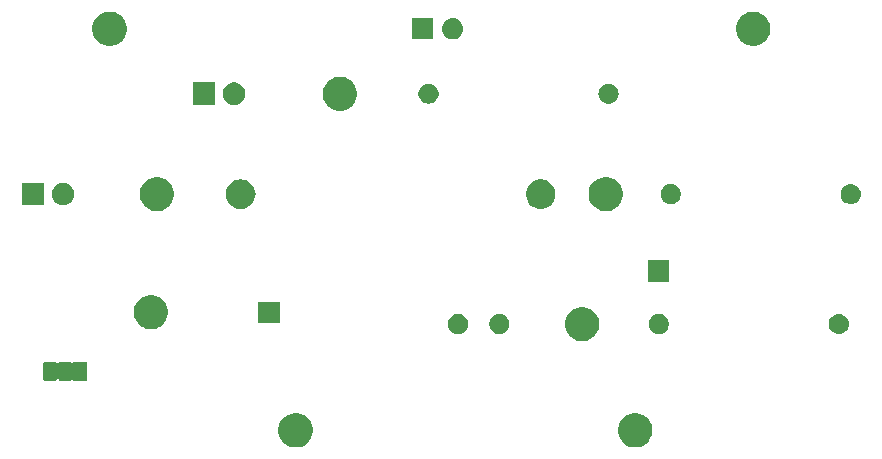
<source format=gbr>
G04 #@! TF.GenerationSoftware,KiCad,Pcbnew,(5.1.0)-1*
G04 #@! TF.CreationDate,2021-02-10T11:26:08+01:00*
G04 #@! TF.ProjectId,L_thilfeV1,4cf67468-696c-4666-9556-312e6b696361,rev?*
G04 #@! TF.SameCoordinates,Original*
G04 #@! TF.FileFunction,Soldermask,Bot*
G04 #@! TF.FilePolarity,Negative*
%FSLAX46Y46*%
G04 Gerber Fmt 4.6, Leading zero omitted, Abs format (unit mm)*
G04 Created by KiCad (PCBNEW (5.1.0)-1) date 2021-02-10 11:26:08*
%MOMM*%
%LPD*%
G04 APERTURE LIST*
%ADD10C,0.100000*%
G04 APERTURE END LIST*
D10*
G36*
X129673241Y-64104760D02*
G01*
X129937305Y-64214139D01*
X130174958Y-64372934D01*
X130377066Y-64575042D01*
X130535861Y-64812695D01*
X130645240Y-65076759D01*
X130701000Y-65357088D01*
X130701000Y-65642912D01*
X130645240Y-65923241D01*
X130535861Y-66187305D01*
X130377066Y-66424958D01*
X130174958Y-66627066D01*
X129937305Y-66785861D01*
X129673241Y-66895240D01*
X129392912Y-66951000D01*
X129107088Y-66951000D01*
X128826759Y-66895240D01*
X128562695Y-66785861D01*
X128325042Y-66627066D01*
X128122934Y-66424958D01*
X127964139Y-66187305D01*
X127854760Y-65923241D01*
X127799000Y-65642912D01*
X127799000Y-65357088D01*
X127854760Y-65076759D01*
X127964139Y-64812695D01*
X128122934Y-64575042D01*
X128325042Y-64372934D01*
X128562695Y-64214139D01*
X128826759Y-64104760D01*
X129107088Y-64049000D01*
X129392912Y-64049000D01*
X129673241Y-64104760D01*
X129673241Y-64104760D01*
G37*
G36*
X158423241Y-64104760D02*
G01*
X158687305Y-64214139D01*
X158924958Y-64372934D01*
X159127066Y-64575042D01*
X159285861Y-64812695D01*
X159395240Y-65076759D01*
X159451000Y-65357088D01*
X159451000Y-65642912D01*
X159395240Y-65923241D01*
X159285861Y-66187305D01*
X159127066Y-66424958D01*
X158924958Y-66627066D01*
X158687305Y-66785861D01*
X158423241Y-66895240D01*
X158142912Y-66951000D01*
X157857088Y-66951000D01*
X157576759Y-66895240D01*
X157312695Y-66785861D01*
X157075042Y-66627066D01*
X156872934Y-66424958D01*
X156714139Y-66187305D01*
X156604760Y-65923241D01*
X156549000Y-65642912D01*
X156549000Y-65357088D01*
X156604760Y-65076759D01*
X156714139Y-64812695D01*
X156872934Y-64575042D01*
X157075042Y-64372934D01*
X157312695Y-64214139D01*
X157576759Y-64104760D01*
X157857088Y-64049000D01*
X158142912Y-64049000D01*
X158423241Y-64104760D01*
X158423241Y-64104760D01*
G37*
G36*
X108854373Y-59703926D02*
G01*
X108896566Y-59716725D01*
X108935444Y-59737506D01*
X108969525Y-59765475D01*
X108998375Y-59800629D01*
X109015702Y-59817956D01*
X109036076Y-59831569D01*
X109058715Y-59840947D01*
X109082748Y-59845727D01*
X109107253Y-59845727D01*
X109131286Y-59840946D01*
X109153925Y-59831569D01*
X109174299Y-59817955D01*
X109191625Y-59800629D01*
X109220475Y-59765475D01*
X109254556Y-59737506D01*
X109293434Y-59716725D01*
X109335627Y-59703926D01*
X109385641Y-59699000D01*
X110074359Y-59699000D01*
X110124373Y-59703926D01*
X110166566Y-59716725D01*
X110205444Y-59737506D01*
X110219702Y-59749207D01*
X110240076Y-59762821D01*
X110262715Y-59772198D01*
X110286748Y-59776979D01*
X110311252Y-59776979D01*
X110335286Y-59772199D01*
X110357925Y-59762822D01*
X110378299Y-59749208D01*
X110395626Y-59731881D01*
X110409240Y-59711507D01*
X110414420Y-59699000D01*
X111576000Y-59699000D01*
X111576000Y-61301000D01*
X110414915Y-61301000D01*
X110414485Y-61299583D01*
X110402934Y-61277972D01*
X110387389Y-61259030D01*
X110368447Y-61243485D01*
X110346836Y-61231934D01*
X110323387Y-61224821D01*
X110299001Y-61222419D01*
X110274615Y-61224821D01*
X110251166Y-61231934D01*
X110229555Y-61243485D01*
X110219702Y-61250793D01*
X110205444Y-61262494D01*
X110166566Y-61283275D01*
X110124373Y-61296074D01*
X110074359Y-61301000D01*
X109385641Y-61301000D01*
X109335627Y-61296074D01*
X109293434Y-61283275D01*
X109254556Y-61262494D01*
X109220475Y-61234525D01*
X109191625Y-61199371D01*
X109174298Y-61182044D01*
X109153924Y-61168431D01*
X109131285Y-61159053D01*
X109107252Y-61154273D01*
X109082747Y-61154273D01*
X109058714Y-61159054D01*
X109036075Y-61168431D01*
X109015701Y-61182045D01*
X108998375Y-61199371D01*
X108969525Y-61234525D01*
X108935444Y-61262494D01*
X108896566Y-61283275D01*
X108854373Y-61296074D01*
X108804359Y-61301000D01*
X108115641Y-61301000D01*
X108065627Y-61296074D01*
X108023434Y-61283275D01*
X107984556Y-61262494D01*
X107950475Y-61234525D01*
X107922506Y-61200444D01*
X107901725Y-61161566D01*
X107888926Y-61119373D01*
X107884000Y-61069359D01*
X107884000Y-59930641D01*
X107888926Y-59880627D01*
X107901725Y-59838434D01*
X107922506Y-59799556D01*
X107950475Y-59765475D01*
X107984556Y-59737506D01*
X108023434Y-59716725D01*
X108065627Y-59703926D01*
X108115641Y-59699000D01*
X108804359Y-59699000D01*
X108854373Y-59703926D01*
X108854373Y-59703926D01*
G37*
G36*
X153923241Y-55104760D02*
G01*
X154187305Y-55214139D01*
X154424958Y-55372934D01*
X154627066Y-55575042D01*
X154785861Y-55812695D01*
X154895240Y-56076759D01*
X154951000Y-56357088D01*
X154951000Y-56642912D01*
X154895240Y-56923241D01*
X154785861Y-57187305D01*
X154627066Y-57424958D01*
X154424958Y-57627066D01*
X154187305Y-57785861D01*
X153923241Y-57895240D01*
X153642912Y-57951000D01*
X153357088Y-57951000D01*
X153076759Y-57895240D01*
X152812695Y-57785861D01*
X152575042Y-57627066D01*
X152372934Y-57424958D01*
X152214139Y-57187305D01*
X152104760Y-56923241D01*
X152049000Y-56642912D01*
X152049000Y-56357088D01*
X152104760Y-56076759D01*
X152214139Y-55812695D01*
X152372934Y-55575042D01*
X152575042Y-55372934D01*
X152812695Y-55214139D01*
X153076759Y-55104760D01*
X153357088Y-55049000D01*
X153642912Y-55049000D01*
X153923241Y-55104760D01*
X153923241Y-55104760D01*
G37*
G36*
X160248228Y-55681703D02*
G01*
X160403100Y-55745853D01*
X160542481Y-55838985D01*
X160661015Y-55957519D01*
X160754147Y-56096900D01*
X160818297Y-56251772D01*
X160851000Y-56416184D01*
X160851000Y-56583816D01*
X160818297Y-56748228D01*
X160754147Y-56903100D01*
X160661015Y-57042481D01*
X160542481Y-57161015D01*
X160403100Y-57254147D01*
X160248228Y-57318297D01*
X160083816Y-57351000D01*
X159916184Y-57351000D01*
X159751772Y-57318297D01*
X159596900Y-57254147D01*
X159457519Y-57161015D01*
X159338985Y-57042481D01*
X159245853Y-56903100D01*
X159181703Y-56748228D01*
X159149000Y-56583816D01*
X159149000Y-56416184D01*
X159181703Y-56251772D01*
X159245853Y-56096900D01*
X159338985Y-55957519D01*
X159457519Y-55838985D01*
X159596900Y-55745853D01*
X159751772Y-55681703D01*
X159916184Y-55649000D01*
X160083816Y-55649000D01*
X160248228Y-55681703D01*
X160248228Y-55681703D01*
G37*
G36*
X143248228Y-55681703D02*
G01*
X143403100Y-55745853D01*
X143542481Y-55838985D01*
X143661015Y-55957519D01*
X143754147Y-56096900D01*
X143818297Y-56251772D01*
X143851000Y-56416184D01*
X143851000Y-56583816D01*
X143818297Y-56748228D01*
X143754147Y-56903100D01*
X143661015Y-57042481D01*
X143542481Y-57161015D01*
X143403100Y-57254147D01*
X143248228Y-57318297D01*
X143083816Y-57351000D01*
X142916184Y-57351000D01*
X142751772Y-57318297D01*
X142596900Y-57254147D01*
X142457519Y-57161015D01*
X142338985Y-57042481D01*
X142245853Y-56903100D01*
X142181703Y-56748228D01*
X142149000Y-56583816D01*
X142149000Y-56416184D01*
X142181703Y-56251772D01*
X142245853Y-56096900D01*
X142338985Y-55957519D01*
X142457519Y-55838985D01*
X142596900Y-55745853D01*
X142751772Y-55681703D01*
X142916184Y-55649000D01*
X143083816Y-55649000D01*
X143248228Y-55681703D01*
X143248228Y-55681703D01*
G37*
G36*
X146748228Y-55681703D02*
G01*
X146903100Y-55745853D01*
X147042481Y-55838985D01*
X147161015Y-55957519D01*
X147254147Y-56096900D01*
X147318297Y-56251772D01*
X147351000Y-56416184D01*
X147351000Y-56583816D01*
X147318297Y-56748228D01*
X147254147Y-56903100D01*
X147161015Y-57042481D01*
X147042481Y-57161015D01*
X146903100Y-57254147D01*
X146748228Y-57318297D01*
X146583816Y-57351000D01*
X146416184Y-57351000D01*
X146251772Y-57318297D01*
X146096900Y-57254147D01*
X145957519Y-57161015D01*
X145838985Y-57042481D01*
X145745853Y-56903100D01*
X145681703Y-56748228D01*
X145649000Y-56583816D01*
X145649000Y-56416184D01*
X145681703Y-56251772D01*
X145745853Y-56096900D01*
X145838985Y-55957519D01*
X145957519Y-55838985D01*
X146096900Y-55745853D01*
X146251772Y-55681703D01*
X146416184Y-55649000D01*
X146583816Y-55649000D01*
X146748228Y-55681703D01*
X146748228Y-55681703D01*
G37*
G36*
X175406823Y-55661313D02*
G01*
X175567242Y-55709976D01*
X175634361Y-55745852D01*
X175715078Y-55788996D01*
X175844659Y-55895341D01*
X175951004Y-56024922D01*
X175951005Y-56024924D01*
X176030024Y-56172758D01*
X176078687Y-56333177D01*
X176095117Y-56500000D01*
X176078687Y-56666823D01*
X176030024Y-56827242D01*
X175989477Y-56903100D01*
X175951004Y-56975078D01*
X175844659Y-57104659D01*
X175715078Y-57211004D01*
X175715076Y-57211005D01*
X175567242Y-57290024D01*
X175406823Y-57338687D01*
X175281804Y-57351000D01*
X175198196Y-57351000D01*
X175073177Y-57338687D01*
X174912758Y-57290024D01*
X174764924Y-57211005D01*
X174764922Y-57211004D01*
X174635341Y-57104659D01*
X174528996Y-56975078D01*
X174490523Y-56903100D01*
X174449976Y-56827242D01*
X174401313Y-56666823D01*
X174384883Y-56500000D01*
X174401313Y-56333177D01*
X174449976Y-56172758D01*
X174528995Y-56024924D01*
X174528996Y-56024922D01*
X174635341Y-55895341D01*
X174764922Y-55788996D01*
X174845639Y-55745852D01*
X174912758Y-55709976D01*
X175073177Y-55661313D01*
X175198196Y-55649000D01*
X175281804Y-55649000D01*
X175406823Y-55661313D01*
X175406823Y-55661313D01*
G37*
G36*
X117423241Y-54104760D02*
G01*
X117687305Y-54214139D01*
X117924958Y-54372934D01*
X118127066Y-54575042D01*
X118285861Y-54812695D01*
X118395240Y-55076759D01*
X118451000Y-55357088D01*
X118451000Y-55642912D01*
X118395240Y-55923241D01*
X118285861Y-56187305D01*
X118127066Y-56424958D01*
X117924958Y-56627066D01*
X117687305Y-56785861D01*
X117423241Y-56895240D01*
X117142912Y-56951000D01*
X116857088Y-56951000D01*
X116576759Y-56895240D01*
X116312695Y-56785861D01*
X116075042Y-56627066D01*
X115872934Y-56424958D01*
X115714139Y-56187305D01*
X115604760Y-55923241D01*
X115549000Y-55642912D01*
X115549000Y-55357088D01*
X115604760Y-55076759D01*
X115714139Y-54812695D01*
X115872934Y-54575042D01*
X116075042Y-54372934D01*
X116312695Y-54214139D01*
X116576759Y-54104760D01*
X116857088Y-54049000D01*
X117142912Y-54049000D01*
X117423241Y-54104760D01*
X117423241Y-54104760D01*
G37*
G36*
X127901000Y-56401000D02*
G01*
X126099000Y-56401000D01*
X126099000Y-54599000D01*
X127901000Y-54599000D01*
X127901000Y-56401000D01*
X127901000Y-56401000D01*
G37*
G36*
X160901000Y-52901000D02*
G01*
X159099000Y-52901000D01*
X159099000Y-51099000D01*
X160901000Y-51099000D01*
X160901000Y-52901000D01*
X160901000Y-52901000D01*
G37*
G36*
X155923241Y-44104760D02*
G01*
X156187305Y-44214139D01*
X156424958Y-44372934D01*
X156627066Y-44575042D01*
X156785861Y-44812695D01*
X156895240Y-45076759D01*
X156951000Y-45357088D01*
X156951000Y-45642912D01*
X156895240Y-45923241D01*
X156785861Y-46187305D01*
X156627066Y-46424958D01*
X156424958Y-46627066D01*
X156187305Y-46785861D01*
X155923241Y-46895240D01*
X155642912Y-46951000D01*
X155357088Y-46951000D01*
X155076759Y-46895240D01*
X154812695Y-46785861D01*
X154575042Y-46627066D01*
X154372934Y-46424958D01*
X154214139Y-46187305D01*
X154104760Y-45923241D01*
X154049000Y-45642912D01*
X154049000Y-45357088D01*
X154104760Y-45076759D01*
X154214139Y-44812695D01*
X154372934Y-44575042D01*
X154575042Y-44372934D01*
X154812695Y-44214139D01*
X155076759Y-44104760D01*
X155357088Y-44049000D01*
X155642912Y-44049000D01*
X155923241Y-44104760D01*
X155923241Y-44104760D01*
G37*
G36*
X117923241Y-44104760D02*
G01*
X118187305Y-44214139D01*
X118424958Y-44372934D01*
X118627066Y-44575042D01*
X118785861Y-44812695D01*
X118895240Y-45076759D01*
X118951000Y-45357088D01*
X118951000Y-45642912D01*
X118895240Y-45923241D01*
X118785861Y-46187305D01*
X118627066Y-46424958D01*
X118424958Y-46627066D01*
X118187305Y-46785861D01*
X117923241Y-46895240D01*
X117642912Y-46951000D01*
X117357088Y-46951000D01*
X117076759Y-46895240D01*
X116812695Y-46785861D01*
X116575042Y-46627066D01*
X116372934Y-46424958D01*
X116214139Y-46187305D01*
X116104760Y-45923241D01*
X116049000Y-45642912D01*
X116049000Y-45357088D01*
X116104760Y-45076759D01*
X116214139Y-44812695D01*
X116372934Y-44575042D01*
X116575042Y-44372934D01*
X116812695Y-44214139D01*
X117076759Y-44104760D01*
X117357088Y-44049000D01*
X117642912Y-44049000D01*
X117923241Y-44104760D01*
X117923241Y-44104760D01*
G37*
G36*
X150364903Y-44297075D02*
G01*
X150465236Y-44338634D01*
X150592571Y-44391378D01*
X150797466Y-44528285D01*
X150971715Y-44702534D01*
X151100545Y-44895341D01*
X151108623Y-44907431D01*
X151202925Y-45135097D01*
X151251000Y-45376786D01*
X151251000Y-45623214D01*
X151242325Y-45666825D01*
X151202925Y-45864903D01*
X151108622Y-46092571D01*
X150971715Y-46297466D01*
X150797466Y-46471715D01*
X150592571Y-46608622D01*
X150592570Y-46608623D01*
X150592569Y-46608623D01*
X150364903Y-46702925D01*
X150123214Y-46751000D01*
X149876786Y-46751000D01*
X149635097Y-46702925D01*
X149407431Y-46608623D01*
X149407430Y-46608623D01*
X149407429Y-46608622D01*
X149202534Y-46471715D01*
X149028285Y-46297466D01*
X148891378Y-46092571D01*
X148797075Y-45864903D01*
X148757675Y-45666825D01*
X148749000Y-45623214D01*
X148749000Y-45376786D01*
X148797075Y-45135097D01*
X148891377Y-44907431D01*
X148899455Y-44895341D01*
X149028285Y-44702534D01*
X149202534Y-44528285D01*
X149407429Y-44391378D01*
X149534765Y-44338634D01*
X149635097Y-44297075D01*
X149876786Y-44249000D01*
X150123214Y-44249000D01*
X150364903Y-44297075D01*
X150364903Y-44297075D01*
G37*
G36*
X124845239Y-44267101D02*
G01*
X125081053Y-44338634D01*
X125298381Y-44454799D01*
X125488871Y-44611129D01*
X125645201Y-44801619D01*
X125761366Y-45018947D01*
X125832899Y-45254761D01*
X125857053Y-45500000D01*
X125832899Y-45745239D01*
X125761366Y-45981053D01*
X125645201Y-46198381D01*
X125488871Y-46388871D01*
X125298381Y-46545201D01*
X125081053Y-46661366D01*
X124845239Y-46732899D01*
X124661457Y-46751000D01*
X124538543Y-46751000D01*
X124354761Y-46732899D01*
X124118947Y-46661366D01*
X123901619Y-46545201D01*
X123711129Y-46388871D01*
X123554799Y-46198381D01*
X123438634Y-45981053D01*
X123367101Y-45745239D01*
X123342947Y-45500000D01*
X123367101Y-45254761D01*
X123438634Y-45018947D01*
X123554799Y-44801619D01*
X123711129Y-44611129D01*
X123901619Y-44454799D01*
X124118947Y-44338634D01*
X124354761Y-44267101D01*
X124538543Y-44249000D01*
X124661457Y-44249000D01*
X124845239Y-44267101D01*
X124845239Y-44267101D01*
G37*
G36*
X107951000Y-46451000D02*
G01*
X106049000Y-46451000D01*
X106049000Y-44549000D01*
X107951000Y-44549000D01*
X107951000Y-46451000D01*
X107951000Y-46451000D01*
G37*
G36*
X109817395Y-44585546D02*
G01*
X109990466Y-44657234D01*
X109996572Y-44661314D01*
X110146227Y-44761310D01*
X110278690Y-44893773D01*
X110321284Y-44957520D01*
X110382766Y-45049534D01*
X110454454Y-45222605D01*
X110491000Y-45406333D01*
X110491000Y-45593667D01*
X110454454Y-45777395D01*
X110382766Y-45950466D01*
X110382765Y-45950467D01*
X110278690Y-46106227D01*
X110146227Y-46238690D01*
X110123092Y-46254148D01*
X109990466Y-46342766D01*
X109817395Y-46414454D01*
X109633667Y-46451000D01*
X109446333Y-46451000D01*
X109262605Y-46414454D01*
X109089534Y-46342766D01*
X108956908Y-46254148D01*
X108933773Y-46238690D01*
X108801310Y-46106227D01*
X108697235Y-45950467D01*
X108697234Y-45950466D01*
X108625546Y-45777395D01*
X108589000Y-45593667D01*
X108589000Y-45406333D01*
X108625546Y-45222605D01*
X108697234Y-45049534D01*
X108758716Y-44957520D01*
X108801310Y-44893773D01*
X108933773Y-44761310D01*
X109083428Y-44661314D01*
X109089534Y-44657234D01*
X109262605Y-44585546D01*
X109446333Y-44549000D01*
X109633667Y-44549000D01*
X109817395Y-44585546D01*
X109817395Y-44585546D01*
G37*
G36*
X176406823Y-44661313D02*
G01*
X176567242Y-44709976D01*
X176634361Y-44745852D01*
X176715078Y-44788996D01*
X176844659Y-44895341D01*
X176951004Y-45024922D01*
X176951005Y-45024924D01*
X177030024Y-45172758D01*
X177078687Y-45333177D01*
X177095117Y-45500000D01*
X177078687Y-45666823D01*
X177030024Y-45827242D01*
X176989477Y-45903100D01*
X176951004Y-45975078D01*
X176844659Y-46104659D01*
X176715078Y-46211004D01*
X176715076Y-46211005D01*
X176567242Y-46290024D01*
X176406823Y-46338687D01*
X176281804Y-46351000D01*
X176198196Y-46351000D01*
X176073177Y-46338687D01*
X175912758Y-46290024D01*
X175764924Y-46211005D01*
X175764922Y-46211004D01*
X175635341Y-46104659D01*
X175528996Y-45975078D01*
X175490523Y-45903100D01*
X175449976Y-45827242D01*
X175401313Y-45666823D01*
X175384883Y-45500000D01*
X175401313Y-45333177D01*
X175449976Y-45172758D01*
X175528995Y-45024924D01*
X175528996Y-45024922D01*
X175635341Y-44895341D01*
X175764922Y-44788996D01*
X175845639Y-44745852D01*
X175912758Y-44709976D01*
X176073177Y-44661313D01*
X176198196Y-44649000D01*
X176281804Y-44649000D01*
X176406823Y-44661313D01*
X176406823Y-44661313D01*
G37*
G36*
X161248228Y-44681703D02*
G01*
X161403100Y-44745853D01*
X161542481Y-44838985D01*
X161661015Y-44957519D01*
X161754147Y-45096900D01*
X161818297Y-45251772D01*
X161851000Y-45416184D01*
X161851000Y-45583816D01*
X161818297Y-45748228D01*
X161754147Y-45903100D01*
X161661015Y-46042481D01*
X161542481Y-46161015D01*
X161403100Y-46254147D01*
X161248228Y-46318297D01*
X161083816Y-46351000D01*
X160916184Y-46351000D01*
X160751772Y-46318297D01*
X160596900Y-46254147D01*
X160457519Y-46161015D01*
X160338985Y-46042481D01*
X160245853Y-45903100D01*
X160181703Y-45748228D01*
X160149000Y-45583816D01*
X160149000Y-45416184D01*
X160181703Y-45251772D01*
X160245853Y-45096900D01*
X160338985Y-44957519D01*
X160457519Y-44838985D01*
X160596900Y-44745853D01*
X160751772Y-44681703D01*
X160916184Y-44649000D01*
X161083816Y-44649000D01*
X161248228Y-44681703D01*
X161248228Y-44681703D01*
G37*
G36*
X133423241Y-35604760D02*
G01*
X133687305Y-35714139D01*
X133924958Y-35872934D01*
X134127066Y-36075042D01*
X134285861Y-36312695D01*
X134395240Y-36576759D01*
X134451000Y-36857088D01*
X134451000Y-37142912D01*
X134395240Y-37423241D01*
X134285861Y-37687305D01*
X134127066Y-37924958D01*
X133924958Y-38127066D01*
X133687305Y-38285861D01*
X133423241Y-38395240D01*
X133142912Y-38451000D01*
X132857088Y-38451000D01*
X132576759Y-38395240D01*
X132312695Y-38285861D01*
X132075042Y-38127066D01*
X131872934Y-37924958D01*
X131714139Y-37687305D01*
X131604760Y-37423241D01*
X131549000Y-37142912D01*
X131549000Y-36857088D01*
X131604760Y-36576759D01*
X131714139Y-36312695D01*
X131872934Y-36075042D01*
X132075042Y-35872934D01*
X132312695Y-35714139D01*
X132576759Y-35604760D01*
X132857088Y-35549000D01*
X133142912Y-35549000D01*
X133423241Y-35604760D01*
X133423241Y-35604760D01*
G37*
G36*
X124317395Y-36085546D02*
G01*
X124490466Y-36157234D01*
X124496572Y-36161314D01*
X124646227Y-36261310D01*
X124778690Y-36393773D01*
X124821284Y-36457520D01*
X124882766Y-36549534D01*
X124954454Y-36722605D01*
X124991000Y-36906333D01*
X124991000Y-37093667D01*
X124954454Y-37277395D01*
X124882766Y-37450466D01*
X124882765Y-37450467D01*
X124778690Y-37606227D01*
X124646227Y-37738690D01*
X124623092Y-37754148D01*
X124490466Y-37842766D01*
X124317395Y-37914454D01*
X124133667Y-37951000D01*
X123946333Y-37951000D01*
X123762605Y-37914454D01*
X123589534Y-37842766D01*
X123456908Y-37754148D01*
X123433773Y-37738690D01*
X123301310Y-37606227D01*
X123197235Y-37450467D01*
X123197234Y-37450466D01*
X123125546Y-37277395D01*
X123089000Y-37093667D01*
X123089000Y-36906333D01*
X123125546Y-36722605D01*
X123197234Y-36549534D01*
X123258716Y-36457520D01*
X123301310Y-36393773D01*
X123433773Y-36261310D01*
X123583428Y-36161314D01*
X123589534Y-36157234D01*
X123762605Y-36085546D01*
X123946333Y-36049000D01*
X124133667Y-36049000D01*
X124317395Y-36085546D01*
X124317395Y-36085546D01*
G37*
G36*
X122451000Y-37951000D02*
G01*
X120549000Y-37951000D01*
X120549000Y-36049000D01*
X122451000Y-36049000D01*
X122451000Y-37951000D01*
X122451000Y-37951000D01*
G37*
G36*
X155906823Y-36161313D02*
G01*
X156067242Y-36209976D01*
X156134361Y-36245852D01*
X156215078Y-36288996D01*
X156344659Y-36395341D01*
X156451004Y-36524922D01*
X156451005Y-36524924D01*
X156530024Y-36672758D01*
X156578687Y-36833177D01*
X156595117Y-37000000D01*
X156578687Y-37166823D01*
X156530024Y-37327242D01*
X156489477Y-37403100D01*
X156451004Y-37475078D01*
X156344659Y-37604659D01*
X156215078Y-37711004D01*
X156215076Y-37711005D01*
X156067242Y-37790024D01*
X155906823Y-37838687D01*
X155781804Y-37851000D01*
X155698196Y-37851000D01*
X155573177Y-37838687D01*
X155412758Y-37790024D01*
X155264924Y-37711005D01*
X155264922Y-37711004D01*
X155135341Y-37604659D01*
X155028996Y-37475078D01*
X154990523Y-37403100D01*
X154949976Y-37327242D01*
X154901313Y-37166823D01*
X154884883Y-37000000D01*
X154901313Y-36833177D01*
X154949976Y-36672758D01*
X155028995Y-36524924D01*
X155028996Y-36524922D01*
X155135341Y-36395341D01*
X155264922Y-36288996D01*
X155345639Y-36245852D01*
X155412758Y-36209976D01*
X155573177Y-36161313D01*
X155698196Y-36149000D01*
X155781804Y-36149000D01*
X155906823Y-36161313D01*
X155906823Y-36161313D01*
G37*
G36*
X140748228Y-36181703D02*
G01*
X140903100Y-36245853D01*
X141042481Y-36338985D01*
X141161015Y-36457519D01*
X141254147Y-36596900D01*
X141318297Y-36751772D01*
X141351000Y-36916184D01*
X141351000Y-37083816D01*
X141318297Y-37248228D01*
X141254147Y-37403100D01*
X141161015Y-37542481D01*
X141042481Y-37661015D01*
X140903100Y-37754147D01*
X140748228Y-37818297D01*
X140583816Y-37851000D01*
X140416184Y-37851000D01*
X140251772Y-37818297D01*
X140096900Y-37754147D01*
X139957519Y-37661015D01*
X139838985Y-37542481D01*
X139745853Y-37403100D01*
X139681703Y-37248228D01*
X139649000Y-37083816D01*
X139649000Y-36916184D01*
X139681703Y-36751772D01*
X139745853Y-36596900D01*
X139838985Y-36457519D01*
X139957519Y-36338985D01*
X140096900Y-36245853D01*
X140251772Y-36181703D01*
X140416184Y-36149000D01*
X140583816Y-36149000D01*
X140748228Y-36181703D01*
X140748228Y-36181703D01*
G37*
G36*
X168423241Y-30104760D02*
G01*
X168687305Y-30214139D01*
X168924958Y-30372934D01*
X169127066Y-30575042D01*
X169285861Y-30812695D01*
X169395240Y-31076759D01*
X169451000Y-31357088D01*
X169451000Y-31642912D01*
X169395240Y-31923241D01*
X169285861Y-32187305D01*
X169127066Y-32424958D01*
X168924958Y-32627066D01*
X168687305Y-32785861D01*
X168423241Y-32895240D01*
X168142912Y-32951000D01*
X167857088Y-32951000D01*
X167576759Y-32895240D01*
X167312695Y-32785861D01*
X167075042Y-32627066D01*
X166872934Y-32424958D01*
X166714139Y-32187305D01*
X166604760Y-31923241D01*
X166549000Y-31642912D01*
X166549000Y-31357088D01*
X166604760Y-31076759D01*
X166714139Y-30812695D01*
X166872934Y-30575042D01*
X167075042Y-30372934D01*
X167312695Y-30214139D01*
X167576759Y-30104760D01*
X167857088Y-30049000D01*
X168142912Y-30049000D01*
X168423241Y-30104760D01*
X168423241Y-30104760D01*
G37*
G36*
X113923241Y-30104760D02*
G01*
X114187305Y-30214139D01*
X114424958Y-30372934D01*
X114627066Y-30575042D01*
X114785861Y-30812695D01*
X114895240Y-31076759D01*
X114951000Y-31357088D01*
X114951000Y-31642912D01*
X114895240Y-31923241D01*
X114785861Y-32187305D01*
X114627066Y-32424958D01*
X114424958Y-32627066D01*
X114187305Y-32785861D01*
X113923241Y-32895240D01*
X113642912Y-32951000D01*
X113357088Y-32951000D01*
X113076759Y-32895240D01*
X112812695Y-32785861D01*
X112575042Y-32627066D01*
X112372934Y-32424958D01*
X112214139Y-32187305D01*
X112104760Y-31923241D01*
X112049000Y-31642912D01*
X112049000Y-31357088D01*
X112104760Y-31076759D01*
X112214139Y-30812695D01*
X112372934Y-30575042D01*
X112575042Y-30372934D01*
X112812695Y-30214139D01*
X113076759Y-30104760D01*
X113357088Y-30049000D01*
X113642912Y-30049000D01*
X113923241Y-30104760D01*
X113923241Y-30104760D01*
G37*
G36*
X142650442Y-30605518D02*
G01*
X142716627Y-30612037D01*
X142886466Y-30663557D01*
X143042991Y-30747222D01*
X143078729Y-30776552D01*
X143180186Y-30859814D01*
X143263448Y-30961271D01*
X143292778Y-30997009D01*
X143376443Y-31153534D01*
X143427963Y-31323373D01*
X143445359Y-31500000D01*
X143427963Y-31676627D01*
X143376443Y-31846466D01*
X143292778Y-32002991D01*
X143263448Y-32038729D01*
X143180186Y-32140186D01*
X143078729Y-32223448D01*
X143042991Y-32252778D01*
X142886466Y-32336443D01*
X142716627Y-32387963D01*
X142650442Y-32394482D01*
X142584260Y-32401000D01*
X142495740Y-32401000D01*
X142429558Y-32394482D01*
X142363373Y-32387963D01*
X142193534Y-32336443D01*
X142037009Y-32252778D01*
X142001271Y-32223448D01*
X141899814Y-32140186D01*
X141816552Y-32038729D01*
X141787222Y-32002991D01*
X141703557Y-31846466D01*
X141652037Y-31676627D01*
X141634641Y-31500000D01*
X141652037Y-31323373D01*
X141703557Y-31153534D01*
X141787222Y-30997009D01*
X141816552Y-30961271D01*
X141899814Y-30859814D01*
X142001271Y-30776552D01*
X142037009Y-30747222D01*
X142193534Y-30663557D01*
X142363373Y-30612037D01*
X142429558Y-30605518D01*
X142495740Y-30599000D01*
X142584260Y-30599000D01*
X142650442Y-30605518D01*
X142650442Y-30605518D01*
G37*
G36*
X140901000Y-32401000D02*
G01*
X139099000Y-32401000D01*
X139099000Y-30599000D01*
X140901000Y-30599000D01*
X140901000Y-32401000D01*
X140901000Y-32401000D01*
G37*
M02*

</source>
